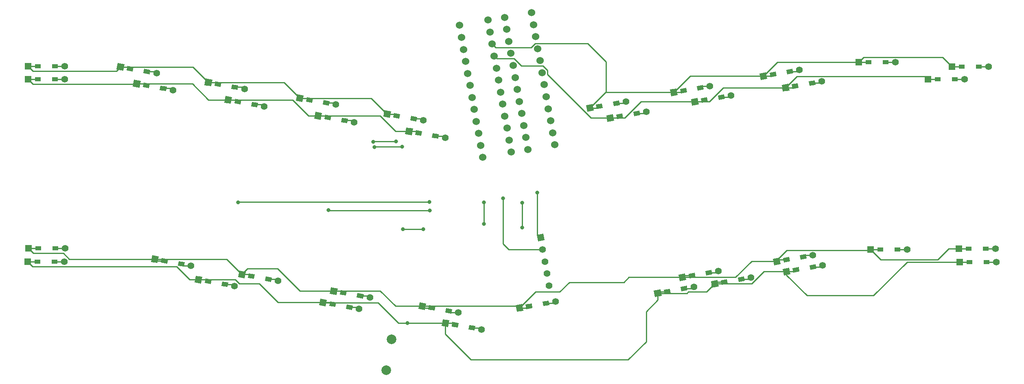
<source format=gbr>
%TF.GenerationSoftware,KiCad,Pcbnew,(5.1.6-0-10_14)*%
%TF.CreationDate,2023-03-04T09:30:32+09:00*%
%TF.ProjectId,C-13XPCB,432d3133-5850-4434-922e-6b696361645f,rev?*%
%TF.SameCoordinates,Original*%
%TF.FileFunction,Copper,L1,Top*%
%TF.FilePolarity,Positive*%
%FSLAX46Y46*%
G04 Gerber Fmt 4.6, Leading zero omitted, Abs format (unit mm)*
G04 Created by KiCad (PCBNEW (5.1.6-0-10_14)) date 2023-03-04 09:30:32*
%MOMM*%
%LPD*%
G01*
G04 APERTURE LIST*
%TA.AperFunction,SMDPad,CuDef*%
%ADD10C,0.100000*%
%TD*%
%TA.AperFunction,ComponentPad*%
%ADD11C,0.100000*%
%TD*%
%TA.AperFunction,ComponentPad*%
%ADD12C,1.397000*%
%TD*%
%TA.AperFunction,SMDPad,CuDef*%
%ADD13R,1.300000X0.950000*%
%TD*%
%TA.AperFunction,ComponentPad*%
%ADD14R,1.397000X1.397000*%
%TD*%
%TA.AperFunction,ComponentPad*%
%ADD15C,2.000000*%
%TD*%
%TA.AperFunction,ComponentPad*%
%ADD16C,1.524000*%
%TD*%
%TA.AperFunction,ViaPad*%
%ADD17C,0.800000*%
%TD*%
%TA.AperFunction,Conductor*%
%ADD18C,0.250000*%
%TD*%
G04 APERTURE END LIST*
%TA.AperFunction,SMDPad,CuDef*%
D10*
%TO.P,D20,1*%
%TO.N,row3*%
G36*
X131139358Y-16916686D02*
G01*
X131304324Y-15981119D01*
X132584574Y-16206862D01*
X132419608Y-17142429D01*
X131139358Y-16916686D01*
G37*
%TD.AperFunction*%
%TA.AperFunction,ComponentPad*%
D11*
G36*
X129048701Y-16774995D02*
G01*
X129291287Y-15399219D01*
X130667063Y-15641805D01*
X130424477Y-17017581D01*
X129048701Y-16774995D01*
G37*
%TD.AperFunction*%
D12*
%TO.P,D20,2*%
%TO.N,Net-(D20-Pad2)*%
X137362118Y-17531600D03*
%TA.AperFunction,SMDPad,CuDef*%
D10*
G36*
X134635426Y-17533138D02*
G01*
X134800392Y-16597571D01*
X136080642Y-16823314D01*
X135915676Y-17758881D01*
X134635426Y-17533138D01*
G37*
%TD.AperFunction*%
%TD*%
D13*
%TO.P,D1,1*%
%TO.N,row0*%
X45075000Y37340000D03*
D14*
X43040000Y37340000D03*
D12*
%TO.P,D1,2*%
%TO.N,Net-(D1-Pad2)*%
X50660000Y37340000D03*
D13*
X48625000Y37340000D03*
%TD*%
%TO.P,D2,2*%
%TO.N,Net-(D2-Pad2)*%
X48615000Y34600000D03*
D12*
X50650000Y34600000D03*
D14*
%TO.P,D2,1*%
%TO.N,row1*%
X43030000Y34600000D03*
D13*
X45065000Y34600000D03*
%TD*%
%TO.P,D3,2*%
%TO.N,Net-(D3-Pad2)*%
X48685000Y-640000D03*
D12*
X50720000Y-640000D03*
D14*
%TO.P,D3,1*%
%TO.N,row2*%
X43100000Y-640000D03*
D13*
X45135000Y-640000D03*
%TD*%
%TO.P,D4,2*%
%TO.N,Net-(D4-Pad2)*%
X48555000Y-3390000D03*
D12*
X50590000Y-3390000D03*
D14*
%TO.P,D4,1*%
%TO.N,row3*%
X42970000Y-3390000D03*
D13*
X45005000Y-3390000D03*
%TD*%
%TA.AperFunction,SMDPad,CuDef*%
D10*
%TO.P,D5,2*%
%TO.N,Net-(D5-Pad2)*%
G36*
X67035426Y35836862D02*
G01*
X67200392Y36772429D01*
X68480642Y36546686D01*
X68315676Y35611119D01*
X67035426Y35836862D01*
G37*
%TD.AperFunction*%
D12*
X69762118Y35838400D03*
%TA.AperFunction,ComponentPad*%
D11*
%TO.P,D5,1*%
%TO.N,row0*%
G36*
X61448701Y36595005D02*
G01*
X61691287Y37970781D01*
X63067063Y37728195D01*
X62824477Y36352419D01*
X61448701Y36595005D01*
G37*
%TD.AperFunction*%
%TA.AperFunction,SMDPad,CuDef*%
D10*
G36*
X63539358Y36453314D02*
G01*
X63704324Y37388881D01*
X64984574Y37163138D01*
X64819608Y36227571D01*
X63539358Y36453314D01*
G37*
%TD.AperFunction*%
%TD*%
%TA.AperFunction,SMDPad,CuDef*%
%TO.P,D6,2*%
%TO.N,Net-(D6-Pad2)*%
G36*
X70425426Y32346862D02*
G01*
X70590392Y33282429D01*
X71870642Y33056686D01*
X71705676Y32121119D01*
X70425426Y32346862D01*
G37*
%TD.AperFunction*%
D12*
X73152118Y32348400D03*
%TA.AperFunction,ComponentPad*%
D11*
%TO.P,D6,1*%
%TO.N,row1*%
G36*
X64838701Y33105005D02*
G01*
X65081287Y34480781D01*
X66457063Y34238195D01*
X66214477Y32862419D01*
X64838701Y33105005D01*
G37*
%TD.AperFunction*%
%TA.AperFunction,SMDPad,CuDef*%
D10*
G36*
X66929358Y32963314D02*
G01*
X67094324Y33898881D01*
X68374574Y33673138D01*
X68209608Y32737571D01*
X66929358Y32963314D01*
G37*
%TD.AperFunction*%
%TD*%
%TA.AperFunction,SMDPad,CuDef*%
%TO.P,D7,2*%
%TO.N,Net-(D7-Pad2)*%
G36*
X74175426Y-4223138D02*
G01*
X74340392Y-3287571D01*
X75620642Y-3513314D01*
X75455676Y-4448881D01*
X74175426Y-4223138D01*
G37*
%TD.AperFunction*%
D12*
X76902118Y-4221600D03*
%TA.AperFunction,ComponentPad*%
D11*
%TO.P,D7,1*%
%TO.N,row2*%
G36*
X68588701Y-3464995D02*
G01*
X68831287Y-2089219D01*
X70207063Y-2331805D01*
X69964477Y-3707581D01*
X68588701Y-3464995D01*
G37*
%TD.AperFunction*%
%TA.AperFunction,SMDPad,CuDef*%
D10*
G36*
X70679358Y-3606686D02*
G01*
X70844324Y-2671119D01*
X72124574Y-2896862D01*
X71959608Y-3832429D01*
X70679358Y-3606686D01*
G37*
%TD.AperFunction*%
%TD*%
%TA.AperFunction,SMDPad,CuDef*%
%TO.P,D8,2*%
%TO.N,Net-(D8-Pad2)*%
G36*
X83255426Y-8473138D02*
G01*
X83420392Y-7537571D01*
X84700642Y-7763314D01*
X84535676Y-8698881D01*
X83255426Y-8473138D01*
G37*
%TD.AperFunction*%
D12*
X85982118Y-8471600D03*
%TA.AperFunction,ComponentPad*%
D11*
%TO.P,D8,1*%
%TO.N,row3*%
G36*
X77668701Y-7714995D02*
G01*
X77911287Y-6339219D01*
X79287063Y-6581805D01*
X79044477Y-7957581D01*
X77668701Y-7714995D01*
G37*
%TD.AperFunction*%
%TA.AperFunction,SMDPad,CuDef*%
D10*
G36*
X79759358Y-7856686D02*
G01*
X79924324Y-6921119D01*
X81204574Y-7146862D01*
X81039608Y-8082429D01*
X79759358Y-7856686D01*
G37*
%TD.AperFunction*%
%TD*%
%TA.AperFunction,SMDPad,CuDef*%
%TO.P,D9,2*%
%TO.N,Net-(D9-Pad2)*%
G36*
X85325426Y32606862D02*
G01*
X85490392Y33542429D01*
X86770642Y33316686D01*
X86605676Y32381119D01*
X85325426Y32606862D01*
G37*
%TD.AperFunction*%
D12*
X88052118Y32608400D03*
%TA.AperFunction,ComponentPad*%
D11*
%TO.P,D9,1*%
%TO.N,row0*%
G36*
X79738701Y33365005D02*
G01*
X79981287Y34740781D01*
X81357063Y34498195D01*
X81114477Y33122419D01*
X79738701Y33365005D01*
G37*
%TD.AperFunction*%
%TA.AperFunction,SMDPad,CuDef*%
D10*
G36*
X81829358Y33223314D02*
G01*
X81994324Y34158881D01*
X83274574Y33933138D01*
X83109608Y32997571D01*
X81829358Y33223314D01*
G37*
%TD.AperFunction*%
%TD*%
%TA.AperFunction,SMDPad,CuDef*%
%TO.P,D10,2*%
%TO.N,Net-(D10-Pad2)*%
G36*
X89425426Y28966862D02*
G01*
X89590392Y29902429D01*
X90870642Y29676686D01*
X90705676Y28741119D01*
X89425426Y28966862D01*
G37*
%TD.AperFunction*%
D12*
X92152118Y28968400D03*
%TA.AperFunction,ComponentPad*%
D11*
%TO.P,D10,1*%
%TO.N,row1*%
G36*
X83838701Y29725005D02*
G01*
X84081287Y31100781D01*
X85457063Y30858195D01*
X85214477Y29482419D01*
X83838701Y29725005D01*
G37*
%TD.AperFunction*%
%TA.AperFunction,SMDPad,CuDef*%
D10*
G36*
X85929358Y29583314D02*
G01*
X86094324Y30518881D01*
X87374574Y30293138D01*
X87209608Y29357571D01*
X85929358Y29583314D01*
G37*
%TD.AperFunction*%
%TD*%
%TA.AperFunction,SMDPad,CuDef*%
%TO.P,D11,2*%
%TO.N,Net-(D11-Pad2)*%
G36*
X92285426Y-7393138D02*
G01*
X92450392Y-6457571D01*
X93730642Y-6683314D01*
X93565676Y-7618881D01*
X92285426Y-7393138D01*
G37*
%TD.AperFunction*%
D12*
X95012118Y-7391600D03*
%TA.AperFunction,ComponentPad*%
D11*
%TO.P,D11,1*%
%TO.N,row2*%
G36*
X86698701Y-6634995D02*
G01*
X86941287Y-5259219D01*
X88317063Y-5501805D01*
X88074477Y-6877581D01*
X86698701Y-6634995D01*
G37*
%TD.AperFunction*%
%TA.AperFunction,SMDPad,CuDef*%
D10*
G36*
X88789358Y-6776686D02*
G01*
X88954324Y-5841119D01*
X90234574Y-6066862D01*
X90069608Y-7002429D01*
X88789358Y-6776686D01*
G37*
%TD.AperFunction*%
%TD*%
%TA.AperFunction,SMDPad,CuDef*%
%TO.P,D13,2*%
%TO.N,Net-(D13-Pad2)*%
G36*
X104345426Y29316862D02*
G01*
X104510392Y30252429D01*
X105790642Y30026686D01*
X105625676Y29091119D01*
X104345426Y29316862D01*
G37*
%TD.AperFunction*%
D12*
X107072118Y29318400D03*
%TA.AperFunction,ComponentPad*%
D11*
%TO.P,D13,1*%
%TO.N,row0*%
G36*
X98758701Y30075005D02*
G01*
X99001287Y31450781D01*
X100377063Y31208195D01*
X100134477Y29832419D01*
X98758701Y30075005D01*
G37*
%TD.AperFunction*%
%TA.AperFunction,SMDPad,CuDef*%
D10*
G36*
X100849358Y29933314D02*
G01*
X101014324Y30868881D01*
X102294574Y30643138D01*
X102129608Y29707571D01*
X100849358Y29933314D01*
G37*
%TD.AperFunction*%
%TD*%
%TA.AperFunction,SMDPad,CuDef*%
%TO.P,D14,2*%
%TO.N,Net-(D14-Pad2)*%
G36*
X108145426Y25656862D02*
G01*
X108310392Y26592429D01*
X109590642Y26366686D01*
X109425676Y25431119D01*
X108145426Y25656862D01*
G37*
%TD.AperFunction*%
D12*
X110872118Y25658400D03*
%TA.AperFunction,ComponentPad*%
D11*
%TO.P,D14,1*%
%TO.N,row1*%
G36*
X102558701Y26415005D02*
G01*
X102801287Y27790781D01*
X104177063Y27548195D01*
X103934477Y26172419D01*
X102558701Y26415005D01*
G37*
%TD.AperFunction*%
%TA.AperFunction,SMDPad,CuDef*%
D10*
G36*
X104649358Y26273314D02*
G01*
X104814324Y27208881D01*
X106094574Y26983138D01*
X105929608Y26047571D01*
X104649358Y26273314D01*
G37*
%TD.AperFunction*%
%TD*%
%TA.AperFunction,SMDPad,CuDef*%
%TO.P,D15,2*%
%TO.N,Net-(D15-Pad2)*%
G36*
X111405426Y-10853138D02*
G01*
X111570392Y-9917571D01*
X112850642Y-10143314D01*
X112685676Y-11078881D01*
X111405426Y-10853138D01*
G37*
%TD.AperFunction*%
D12*
X114132118Y-10851600D03*
%TA.AperFunction,ComponentPad*%
D11*
%TO.P,D15,1*%
%TO.N,row2*%
G36*
X105818701Y-10094995D02*
G01*
X106061287Y-8719219D01*
X107437063Y-8961805D01*
X107194477Y-10337581D01*
X105818701Y-10094995D01*
G37*
%TD.AperFunction*%
%TA.AperFunction,SMDPad,CuDef*%
D10*
G36*
X107909358Y-10236686D02*
G01*
X108074324Y-9301119D01*
X109354574Y-9526862D01*
X109189608Y-10462429D01*
X107909358Y-10236686D01*
G37*
%TD.AperFunction*%
%TD*%
%TA.AperFunction,SMDPad,CuDef*%
%TO.P,D16,2*%
%TO.N,Net-(D16-Pad2)*%
G36*
X109155426Y-13243138D02*
G01*
X109320392Y-12307571D01*
X110600642Y-12533314D01*
X110435676Y-13468881D01*
X109155426Y-13243138D01*
G37*
%TD.AperFunction*%
D12*
X111882118Y-13241600D03*
%TA.AperFunction,ComponentPad*%
D11*
%TO.P,D16,1*%
%TO.N,row3*%
G36*
X103568701Y-12484995D02*
G01*
X103811287Y-11109219D01*
X105187063Y-11351805D01*
X104944477Y-12727581D01*
X103568701Y-12484995D01*
G37*
%TD.AperFunction*%
%TA.AperFunction,SMDPad,CuDef*%
D10*
G36*
X105659358Y-12626686D02*
G01*
X105824324Y-11691119D01*
X107104574Y-11916862D01*
X106939608Y-12852429D01*
X105659358Y-12626686D01*
G37*
%TD.AperFunction*%
%TD*%
%TA.AperFunction,SMDPad,CuDef*%
%TO.P,D17,2*%
%TO.N,Net-(D17-Pad2)*%
G36*
X122505426Y26026862D02*
G01*
X122670392Y26962429D01*
X123950642Y26736686D01*
X123785676Y25801119D01*
X122505426Y26026862D01*
G37*
%TD.AperFunction*%
D12*
X125232118Y26028400D03*
%TA.AperFunction,ComponentPad*%
D11*
%TO.P,D17,1*%
%TO.N,row0*%
G36*
X116918701Y26785005D02*
G01*
X117161287Y28160781D01*
X118537063Y27918195D01*
X118294477Y26542419D01*
X116918701Y26785005D01*
G37*
%TD.AperFunction*%
%TA.AperFunction,SMDPad,CuDef*%
D10*
G36*
X119009358Y26643314D02*
G01*
X119174324Y27578881D01*
X120454574Y27353138D01*
X120289608Y26417571D01*
X119009358Y26643314D01*
G37*
%TD.AperFunction*%
%TD*%
%TA.AperFunction,SMDPad,CuDef*%
%TO.P,D18,2*%
%TO.N,Net-(D18-Pad2)*%
G36*
X127065426Y22426862D02*
G01*
X127230392Y23362429D01*
X128510642Y23136686D01*
X128345676Y22201119D01*
X127065426Y22426862D01*
G37*
%TD.AperFunction*%
D12*
X129792118Y22428400D03*
%TA.AperFunction,ComponentPad*%
D11*
%TO.P,D18,1*%
%TO.N,row1*%
G36*
X121478701Y23185005D02*
G01*
X121721287Y24560781D01*
X123097063Y24318195D01*
X122854477Y22942419D01*
X121478701Y23185005D01*
G37*
%TD.AperFunction*%
%TA.AperFunction,SMDPad,CuDef*%
D10*
G36*
X123569358Y23043314D02*
G01*
X123734324Y23978881D01*
X125014574Y23753138D01*
X124849608Y22817571D01*
X123569358Y23043314D01*
G37*
%TD.AperFunction*%
%TD*%
%TA.AperFunction,SMDPad,CuDef*%
%TO.P,D19,2*%
%TO.N,Net-(D19-Pad2)*%
G36*
X129805426Y-14003138D02*
G01*
X129970392Y-13067571D01*
X131250642Y-13293314D01*
X131085676Y-14228881D01*
X129805426Y-14003138D01*
G37*
%TD.AperFunction*%
D12*
X132532118Y-14001600D03*
%TA.AperFunction,ComponentPad*%
D11*
%TO.P,D19,1*%
%TO.N,row2*%
G36*
X124218701Y-13244995D02*
G01*
X124461287Y-11869219D01*
X125837063Y-12111805D01*
X125594477Y-13487581D01*
X124218701Y-13244995D01*
G37*
%TD.AperFunction*%
%TA.AperFunction,SMDPad,CuDef*%
D10*
G36*
X126309358Y-13386686D02*
G01*
X126474324Y-12451119D01*
X127754574Y-12676862D01*
X127589608Y-13612429D01*
X126309358Y-13386686D01*
G37*
%TD.AperFunction*%
%TD*%
%TA.AperFunction,SMDPad,CuDef*%
%TO.P,D21,2*%
%TO.N,Net-(D21-Pad2)*%
G36*
X164840392Y28997571D02*
G01*
X164675426Y29933138D01*
X165955676Y30158881D01*
X166120642Y29223314D01*
X164840392Y28997571D01*
G37*
%TD.AperFunction*%
D12*
X167402118Y29931600D03*
%TA.AperFunction,ComponentPad*%
D11*
%TO.P,D21,1*%
%TO.N,row0*%
G36*
X159331287Y27799219D02*
G01*
X159088701Y29174995D01*
X160464477Y29417581D01*
X160707063Y28041805D01*
X159331287Y27799219D01*
G37*
%TD.AperFunction*%
%TA.AperFunction,SMDPad,CuDef*%
D10*
G36*
X161344324Y28381119D02*
G01*
X161179358Y29316686D01*
X162459608Y29542429D01*
X162624574Y28606862D01*
X161344324Y28381119D01*
G37*
%TD.AperFunction*%
%TD*%
%TA.AperFunction,SMDPad,CuDef*%
%TO.P,D22,1*%
%TO.N,row1*%
G36*
X165574324Y26291119D02*
G01*
X165409358Y27226686D01*
X166689608Y27452429D01*
X166854574Y26516862D01*
X165574324Y26291119D01*
G37*
%TD.AperFunction*%
%TA.AperFunction,ComponentPad*%
D11*
G36*
X163561287Y25709219D02*
G01*
X163318701Y27084995D01*
X164694477Y27327581D01*
X164937063Y25951805D01*
X163561287Y25709219D01*
G37*
%TD.AperFunction*%
D12*
%TO.P,D22,2*%
%TO.N,Net-(D22-Pad2)*%
X171632118Y27841600D03*
%TA.AperFunction,SMDPad,CuDef*%
D10*
G36*
X169070392Y26907571D02*
G01*
X168905426Y27843138D01*
X170185676Y28068881D01*
X170350642Y27133314D01*
X169070392Y26907571D01*
G37*
%TD.AperFunction*%
%TD*%
%TA.AperFunction,SMDPad,CuDef*%
%TO.P,D23,1*%
%TO.N,row2*%
G36*
X146704324Y-13278881D02*
G01*
X146539358Y-12343314D01*
X147819608Y-12117571D01*
X147984574Y-13053138D01*
X146704324Y-13278881D01*
G37*
%TD.AperFunction*%
%TA.AperFunction,ComponentPad*%
D11*
G36*
X144691287Y-13860781D02*
G01*
X144448701Y-12485005D01*
X145824477Y-12242419D01*
X146067063Y-13618195D01*
X144691287Y-13860781D01*
G37*
%TD.AperFunction*%
D12*
%TO.P,D23,2*%
%TO.N,Net-(D23-Pad2)*%
X152762118Y-11728400D03*
%TA.AperFunction,SMDPad,CuDef*%
D10*
G36*
X150200392Y-12662429D02*
G01*
X150035426Y-11726862D01*
X151315676Y-11501119D01*
X151480642Y-12436686D01*
X150200392Y-12662429D01*
G37*
%TD.AperFunction*%
%TD*%
%TA.AperFunction,SMDPad,CuDef*%
%TO.P,D24,1*%
%TO.N,row3*%
G36*
X175464324Y-10218881D02*
G01*
X175299358Y-9283314D01*
X176579608Y-9057571D01*
X176744574Y-9993138D01*
X175464324Y-10218881D01*
G37*
%TD.AperFunction*%
%TA.AperFunction,ComponentPad*%
D11*
G36*
X173451287Y-10800781D02*
G01*
X173208701Y-9425005D01*
X174584477Y-9182419D01*
X174827063Y-10558195D01*
X173451287Y-10800781D01*
G37*
%TD.AperFunction*%
D12*
%TO.P,D24,2*%
%TO.N,Net-(D24-Pad2)*%
X181522118Y-8668400D03*
%TA.AperFunction,SMDPad,CuDef*%
D10*
G36*
X178960392Y-9602429D02*
G01*
X178795426Y-8666862D01*
X180075676Y-8441119D01*
X180240642Y-9376686D01*
X178960392Y-9602429D01*
G37*
%TD.AperFunction*%
%TD*%
%TA.AperFunction,SMDPad,CuDef*%
%TO.P,D25,1*%
%TO.N,row0*%
G36*
X178834324Y31651119D02*
G01*
X178669358Y32586686D01*
X179949608Y32812429D01*
X180114574Y31876862D01*
X178834324Y31651119D01*
G37*
%TD.AperFunction*%
%TA.AperFunction,ComponentPad*%
D11*
G36*
X176821287Y31069219D02*
G01*
X176578701Y32444995D01*
X177954477Y32687581D01*
X178197063Y31311805D01*
X176821287Y31069219D01*
G37*
%TD.AperFunction*%
D12*
%TO.P,D25,2*%
%TO.N,Net-(D25-Pad2)*%
X184892118Y33201600D03*
%TA.AperFunction,SMDPad,CuDef*%
D10*
G36*
X182330392Y32267571D02*
G01*
X182165426Y33203138D01*
X183445676Y33428881D01*
X183610642Y32493314D01*
X182330392Y32267571D01*
G37*
%TD.AperFunction*%
%TD*%
%TA.AperFunction,SMDPad,CuDef*%
%TO.P,D26,1*%
%TO.N,row1*%
G36*
X183184324Y29681119D02*
G01*
X183019358Y30616686D01*
X184299608Y30842429D01*
X184464574Y29906862D01*
X183184324Y29681119D01*
G37*
%TD.AperFunction*%
%TA.AperFunction,ComponentPad*%
D11*
G36*
X181171287Y29099219D02*
G01*
X180928701Y30474995D01*
X182304477Y30717581D01*
X182547063Y29341805D01*
X181171287Y29099219D01*
G37*
%TD.AperFunction*%
D12*
%TO.P,D26,2*%
%TO.N,Net-(D26-Pad2)*%
X189242118Y31231600D03*
%TA.AperFunction,SMDPad,CuDef*%
D10*
G36*
X186680392Y30297571D02*
G01*
X186515426Y31233138D01*
X187795676Y31458881D01*
X187960642Y30523314D01*
X186680392Y30297571D01*
G37*
%TD.AperFunction*%
%TD*%
%TA.AperFunction,SMDPad,CuDef*%
%TO.P,D27,1*%
%TO.N,row2*%
G36*
X180604324Y-6898881D02*
G01*
X180439358Y-5963314D01*
X181719608Y-5737571D01*
X181884574Y-6673138D01*
X180604324Y-6898881D01*
G37*
%TD.AperFunction*%
%TA.AperFunction,ComponentPad*%
D11*
G36*
X178591287Y-7480781D02*
G01*
X178348701Y-6105005D01*
X179724477Y-5862419D01*
X179967063Y-7238195D01*
X178591287Y-7480781D01*
G37*
%TD.AperFunction*%
D12*
%TO.P,D27,2*%
%TO.N,Net-(D27-Pad2)*%
X186662118Y-5348400D03*
%TA.AperFunction,SMDPad,CuDef*%
D10*
G36*
X184100392Y-6282429D02*
G01*
X183935426Y-5346862D01*
X185215676Y-5121119D01*
X185380642Y-6056686D01*
X184100392Y-6282429D01*
G37*
%TD.AperFunction*%
%TD*%
%TA.AperFunction,SMDPad,CuDef*%
%TO.P,D28,1*%
%TO.N,row3*%
G36*
X187334324Y-8238881D02*
G01*
X187169358Y-7303314D01*
X188449608Y-7077571D01*
X188614574Y-8013138D01*
X187334324Y-8238881D01*
G37*
%TD.AperFunction*%
%TA.AperFunction,ComponentPad*%
D11*
G36*
X185321287Y-8820781D02*
G01*
X185078701Y-7445005D01*
X186454477Y-7202419D01*
X186697063Y-8578195D01*
X185321287Y-8820781D01*
G37*
%TD.AperFunction*%
D12*
%TO.P,D28,2*%
%TO.N,Net-(D28-Pad2)*%
X193392118Y-6688400D03*
%TA.AperFunction,SMDPad,CuDef*%
D10*
G36*
X190830392Y-7622429D02*
G01*
X190665426Y-6686862D01*
X191945676Y-6461119D01*
X192110642Y-7396686D01*
X190830392Y-7622429D01*
G37*
%TD.AperFunction*%
%TD*%
%TA.AperFunction,SMDPad,CuDef*%
%TO.P,D29,1*%
%TO.N,row0*%
G36*
X197454324Y35021119D02*
G01*
X197289358Y35956686D01*
X198569608Y36182429D01*
X198734574Y35246862D01*
X197454324Y35021119D01*
G37*
%TD.AperFunction*%
%TA.AperFunction,ComponentPad*%
D11*
G36*
X195441287Y34439219D02*
G01*
X195198701Y35814995D01*
X196574477Y36057581D01*
X196817063Y34681805D01*
X195441287Y34439219D01*
G37*
%TD.AperFunction*%
D12*
%TO.P,D29,2*%
%TO.N,Net-(D29-Pad2)*%
X203512118Y36571600D03*
%TA.AperFunction,SMDPad,CuDef*%
D10*
G36*
X200950392Y35637571D02*
G01*
X200785426Y36573138D01*
X202065676Y36798881D01*
X202230642Y35863314D01*
X200950392Y35637571D01*
G37*
%TD.AperFunction*%
%TD*%
%TA.AperFunction,SMDPad,CuDef*%
%TO.P,D30,1*%
%TO.N,row1*%
G36*
X202064324Y32611119D02*
G01*
X201899358Y33546686D01*
X203179608Y33772429D01*
X203344574Y32836862D01*
X202064324Y32611119D01*
G37*
%TD.AperFunction*%
%TA.AperFunction,ComponentPad*%
D11*
G36*
X200051287Y32029219D02*
G01*
X199808701Y33404995D01*
X201184477Y33647581D01*
X201427063Y32271805D01*
X200051287Y32029219D01*
G37*
%TD.AperFunction*%
D12*
%TO.P,D30,2*%
%TO.N,Net-(D30-Pad2)*%
X208122118Y34161600D03*
%TA.AperFunction,SMDPad,CuDef*%
D10*
G36*
X205560392Y33227571D02*
G01*
X205395426Y34163138D01*
X206675676Y34388881D01*
X206840642Y33453314D01*
X205560392Y33227571D01*
G37*
%TD.AperFunction*%
%TD*%
%TA.AperFunction,SMDPad,CuDef*%
%TO.P,D31,1*%
%TO.N,row2*%
G36*
X200244324Y-3578881D02*
G01*
X200079358Y-2643314D01*
X201359608Y-2417571D01*
X201524574Y-3353138D01*
X200244324Y-3578881D01*
G37*
%TD.AperFunction*%
%TA.AperFunction,ComponentPad*%
D11*
G36*
X198231287Y-4160781D02*
G01*
X197988701Y-2785005D01*
X199364477Y-2542419D01*
X199607063Y-3918195D01*
X198231287Y-4160781D01*
G37*
%TD.AperFunction*%
D12*
%TO.P,D31,2*%
%TO.N,Net-(D31-Pad2)*%
X206302118Y-2028400D03*
%TA.AperFunction,SMDPad,CuDef*%
D10*
G36*
X203740392Y-2962429D02*
G01*
X203575426Y-2026862D01*
X204855676Y-1801119D01*
X205020642Y-2736686D01*
X203740392Y-2962429D01*
G37*
%TD.AperFunction*%
%TD*%
%TA.AperFunction,SMDPad,CuDef*%
%TO.P,D32,1*%
%TO.N,row3*%
G36*
X202244324Y-5698881D02*
G01*
X202079358Y-4763314D01*
X203359608Y-4537571D01*
X203524574Y-5473138D01*
X202244324Y-5698881D01*
G37*
%TD.AperFunction*%
%TA.AperFunction,ComponentPad*%
D11*
G36*
X200231287Y-6280781D02*
G01*
X199988701Y-4905005D01*
X201364477Y-4662419D01*
X201607063Y-6038195D01*
X200231287Y-6280781D01*
G37*
%TD.AperFunction*%
D12*
%TO.P,D32,2*%
%TO.N,Net-(D32-Pad2)*%
X208302118Y-4148400D03*
%TA.AperFunction,SMDPad,CuDef*%
D10*
G36*
X205740392Y-5082429D02*
G01*
X205575426Y-4146862D01*
X206855676Y-3921119D01*
X207020642Y-4856686D01*
X205740392Y-5082429D01*
G37*
%TD.AperFunction*%
%TD*%
D13*
%TO.P,D33,1*%
%TO.N,row0*%
X217845000Y38140000D03*
D14*
X215810000Y38140000D03*
D12*
%TO.P,D33,2*%
%TO.N,Net-(D33-Pad2)*%
X223430000Y38140000D03*
D13*
X221395000Y38140000D03*
%TD*%
%TO.P,D34,1*%
%TO.N,row1*%
X232235000Y34630000D03*
D14*
X230200000Y34630000D03*
D12*
%TO.P,D34,2*%
%TO.N,Net-(D34-Pad2)*%
X237820000Y34630000D03*
D13*
X235785000Y34630000D03*
%TD*%
%TO.P,D35,1*%
%TO.N,row2*%
X220355000Y-880000D03*
D14*
X218320000Y-880000D03*
D12*
%TO.P,D35,2*%
%TO.N,Net-(D35-Pad2)*%
X225940000Y-880000D03*
D13*
X223905000Y-880000D03*
%TD*%
%TO.P,D37,1*%
%TO.N,row0*%
X237245000Y37240000D03*
D14*
X235210000Y37240000D03*
D12*
%TO.P,D37,2*%
%TO.N,Net-(D37-Pad2)*%
X242830000Y37240000D03*
D13*
X240795000Y37240000D03*
%TD*%
%TO.P,D39,1*%
%TO.N,row2*%
X238745000Y-710000D03*
D14*
X236710000Y-710000D03*
D12*
%TO.P,D39,2*%
%TO.N,Net-(D39-Pad2)*%
X244330000Y-710000D03*
D13*
X242295000Y-710000D03*
%TD*%
%TO.P,D40,1*%
%TO.N,row3*%
X238855000Y-3470000D03*
D14*
X236820000Y-3470000D03*
D12*
%TO.P,D40,2*%
%TO.N,Net-(D40-Pad2)*%
X244440000Y-3470000D03*
D13*
X242405000Y-3470000D03*
%TD*%
D15*
%TO.P,SW41,1*%
%TO.N,reset*%
X118634357Y-19589375D03*
%TO.P,SW41,2*%
%TO.N,GND*%
X117505643Y-25990625D03*
%TD*%
%TA.AperFunction,ComponentPad*%
D11*
%TO.P,TB1,1*%
%TO.N,VCC*%
G36*
X148848686Y2179418D02*
G01*
X150224462Y2422004D01*
X150467048Y1046228D01*
X149091272Y803642D01*
X148848686Y2179418D01*
G37*
%TD.AperFunction*%
D12*
%TO.P,TB1,2*%
%TO.N,SDA*%
X150098934Y-888588D03*
%TO.P,TB1,3*%
%TO.N,SCL*%
X150540000Y-3390000D03*
%TO.P,TB1,4*%
%TO.N,N/C*%
X150981066Y-5891412D03*
%TO.P,TB1,5*%
%TO.N,GND*%
X151422133Y-8392823D03*
%TD*%
D16*
%TO.P,U1,1*%
%TO.N,Net-(U1-Pad1)*%
X137608313Y18310248D03*
%TO.P,U1,2*%
%TO.N,Net-(U1-Pad2)*%
X137167246Y20811659D03*
%TO.P,U1,3*%
%TO.N,GND*%
X136726180Y23313071D03*
%TO.P,U1,4*%
X136285113Y25814483D03*
%TO.P,U1,5*%
%TO.N,SDA*%
X135844047Y28315894D03*
%TO.P,U1,6*%
%TO.N,SCL*%
X135402981Y30817306D03*
%TO.P,U1,7*%
%TO.N,row3*%
X134961914Y33318718D03*
%TO.P,U1,8*%
%TO.N,row2*%
X134520848Y35820129D03*
%TO.P,U1,9*%
%TO.N,row1*%
X134079782Y38321541D03*
%TO.P,U1,10*%
%TO.N,row0*%
X133638715Y40822953D03*
%TO.P,U1,11*%
%TO.N,col1*%
X133197649Y43324365D03*
%TO.P,U1,12*%
%TO.N,col0*%
X132756583Y45825776D03*
%TO.P,U1,13*%
%TO.N,col9*%
X147745357Y48468701D03*
%TO.P,U1,14*%
%TO.N,col8*%
X148186423Y45967290D03*
%TO.P,U1,15*%
%TO.N,col7*%
X148627489Y43465878D03*
%TO.P,U1,16*%
%TO.N,col6*%
X149068556Y40964466D03*
%TO.P,U1,17*%
%TO.N,col5*%
X149509622Y38463055D03*
%TO.P,U1,18*%
%TO.N,col4*%
X149950688Y35961643D03*
%TO.P,U1,19*%
%TO.N,col3*%
X150391755Y33460231D03*
%TO.P,U1,20*%
%TO.N,col2*%
X150832821Y30958820D03*
%TO.P,U1,21*%
%TO.N,VCC*%
X151273887Y28457408D03*
%TO.P,U1,22*%
%TO.N,reset*%
X151714954Y25955996D03*
%TO.P,U1,23*%
%TO.N,GND*%
X152156020Y23454585D03*
%TO.P,U1,24*%
%TO.N,Net-(U1-Pad24)*%
X152597087Y20953173D03*
%TO.P,U1,13*%
%TO.N,col9*%
X142171345Y47485853D03*
%TO.P,U1,14*%
%TO.N,col8*%
X142612411Y44984441D03*
%TO.P,U1,17*%
%TO.N,col5*%
X143935610Y37480206D03*
%TO.P,U1,18*%
%TO.N,col4*%
X144376676Y34978794D03*
%TO.P,U1,19*%
%TO.N,col3*%
X144817743Y32477383D03*
%TO.P,U1,20*%
%TO.N,col2*%
X145258809Y29975971D03*
%TO.P,U1,21*%
%TO.N,VCC*%
X145699876Y27474559D03*
%TO.P,U1,15*%
%TO.N,col7*%
X143053477Y42483029D03*
%TO.P,U1,16*%
%TO.N,col6*%
X143494544Y39981618D03*
%TO.P,U1,22*%
%TO.N,reset*%
X146140942Y24973148D03*
%TO.P,U1,23*%
%TO.N,GND*%
X146582008Y22471736D03*
%TO.P,U1,24*%
%TO.N,Net-(U1-Pad24)*%
X147023075Y19970324D03*
%TO.P,U1,1*%
%TO.N,Net-(U1-Pad1)*%
X143546133Y19418171D03*
%TO.P,U1,10*%
%TO.N,row0*%
X139576535Y41930876D03*
%TO.P,U1,11*%
%TO.N,col1*%
X139135469Y44432288D03*
%TO.P,U1,4*%
%TO.N,GND*%
X142222933Y26922406D03*
%TO.P,U1,5*%
%TO.N,SDA*%
X141781867Y29423818D03*
%TO.P,U1,6*%
%TO.N,SCL*%
X141340801Y31925230D03*
%TO.P,U1,7*%
%TO.N,row3*%
X140899734Y34426641D03*
%TO.P,U1,8*%
%TO.N,row2*%
X140458668Y36928053D03*
%TO.P,U1,9*%
%TO.N,row1*%
X140017602Y39429465D03*
%TO.P,U1,2*%
%TO.N,Net-(U1-Pad2)*%
X143105066Y21919583D03*
%TO.P,U1,3*%
%TO.N,GND*%
X142664000Y24420994D03*
%TO.P,U1,12*%
%TO.N,col0*%
X138694402Y46933700D03*
%TD*%
D17*
%TO.N,row2*%
X119540000Y21630000D03*
X114870000Y21570000D03*
%TO.N,row3*%
X120860000Y20540000D03*
X121968400Y-16208400D03*
X115120000Y20490000D03*
%TO.N,col2*%
X126530000Y9020000D03*
X86703703Y8953703D03*
%TO.N,col3*%
X126590000Y7220000D03*
X105523703Y7376297D03*
%TO.N,reset*%
X125260000Y3320000D03*
X121010000Y3320000D03*
%TO.N,GND*%
X145790000Y3670000D03*
X145840000Y8890000D03*
%TO.N,VCC*%
X148920000Y10980000D03*
%TO.N,SDA*%
X141810000Y9800000D03*
%TO.N,SCL*%
X137880000Y4440000D03*
X137870000Y8990000D03*
%TD*%
D18*
%TO.N,row0*%
X80547882Y33931600D02*
X82198592Y33931600D01*
X77317882Y37161600D02*
X80547882Y33931600D01*
X82198592Y33931600D02*
X82551966Y33578226D01*
X62257882Y37161600D02*
X77317882Y37161600D01*
X196007882Y35248400D02*
X197658592Y35248400D01*
X80547882Y33931600D02*
X96277882Y33931600D01*
X197658592Y35248400D02*
X198011966Y35601774D01*
X237245000Y37240000D02*
X235210000Y37240000D01*
X96277882Y33931600D02*
X99567882Y30641600D01*
X119378592Y27351600D02*
X119731966Y26998226D01*
X117727882Y27351600D02*
X119378592Y27351600D01*
X114437882Y30641600D02*
X117727882Y27351600D01*
X99567882Y30641600D02*
X114437882Y30641600D01*
X233286499Y39163501D02*
X216833501Y39163501D01*
X215810000Y38140000D02*
X217845000Y38140000D01*
X63908592Y37161600D02*
X64261966Y36808226D01*
X62257882Y37161600D02*
X63908592Y37161600D01*
X140338534Y41168877D02*
X147664205Y41168877D01*
X139576535Y41930876D02*
X140338534Y41168877D01*
X159453535Y42051467D02*
X163245001Y38260001D01*
X147664205Y41168877D02*
X148546795Y42051467D01*
X163245001Y38260001D02*
X163245001Y31955519D01*
X163245001Y31955519D02*
X163167882Y31878400D01*
X148546795Y42051467D02*
X159453535Y42051467D01*
X216833501Y39163501D02*
X215810000Y38140000D01*
X235210000Y37240000D02*
X233286499Y39163501D01*
X45075000Y37340000D02*
X43040000Y37340000D01*
X198899482Y38140000D02*
X196007882Y35248400D01*
X179038592Y31878400D02*
X179391966Y32231774D01*
X177387882Y31878400D02*
X179038592Y31878400D01*
X177387882Y31878400D02*
X163167882Y31878400D01*
X215810000Y38140000D02*
X198899482Y38140000D01*
X163167882Y31878400D02*
X159897882Y28608400D01*
X161548592Y28608400D02*
X161901966Y28961774D01*
X61412781Y36316499D02*
X62257882Y37161600D01*
X159897882Y28608400D02*
X161548592Y28608400D01*
X43040000Y37340000D02*
X44063501Y36316499D01*
X44063501Y36316499D02*
X61412781Y36316499D01*
X101218592Y30641600D02*
X101571966Y30288226D01*
X196007882Y35248400D02*
X180757882Y35248400D01*
X180757882Y35248400D02*
X177387882Y31878400D01*
X99567882Y30641600D02*
X101218592Y30641600D01*
%TO.N,Net-(D1-Pad2)*%
X50660000Y37340000D02*
X48625000Y37340000D01*
%TO.N,Net-(D2-Pad2)*%
X48615000Y34600000D02*
X50650000Y34600000D01*
%TO.N,row1*%
X98082470Y30291600D02*
X101392470Y26981600D01*
X101392470Y26981600D02*
X103367882Y26981600D01*
X200617882Y32838400D02*
X202268592Y32838400D01*
X84647882Y30291600D02*
X98082470Y30291600D01*
X184731053Y29908400D02*
X181737882Y29908400D01*
X200617882Y32838400D02*
X187661053Y32838400D01*
X187661053Y32838400D02*
X184731053Y29908400D01*
X202268592Y32838400D02*
X202621966Y33191774D01*
X232235000Y34630000D02*
X230200000Y34630000D01*
X119492470Y23751600D02*
X122287882Y23751600D01*
X103367882Y26981600D02*
X116262470Y26981600D01*
X80588400Y30291600D02*
X84647882Y30291600D01*
X86298592Y30291600D02*
X86651966Y29938226D01*
X116262470Y26981600D02*
X119492470Y23751600D01*
X84647882Y30291600D02*
X86298592Y30291600D01*
X105018592Y26981600D02*
X105371966Y26628226D01*
X77208400Y33671600D02*
X80588400Y30291600D01*
X103367882Y26981600D02*
X105018592Y26981600D01*
X181737882Y29908400D02*
X183388592Y29908400D01*
X144129961Y38894617D02*
X140552450Y38894617D01*
X164127882Y26518400D02*
X160152470Y26518400D01*
X140552450Y38894617D02*
X140017602Y39429465D01*
X183388592Y29908400D02*
X183741966Y30261774D01*
X151037689Y36483404D02*
X150145039Y37376054D01*
X151037689Y35633181D02*
X151037689Y36483404D01*
X150145039Y37376054D02*
X145648524Y37376054D01*
X145648524Y37376054D02*
X144129961Y38894617D01*
X160152470Y26518400D02*
X151037689Y35633181D01*
X65647882Y33671600D02*
X67298592Y33671600D01*
X65552781Y33576499D02*
X65647882Y33671600D01*
X43030000Y34600000D02*
X45065000Y34600000D01*
X44053501Y33576499D02*
X65552781Y33576499D01*
X43030000Y34600000D02*
X44053501Y33576499D01*
X67298592Y33671600D02*
X67651966Y33318226D01*
X181737882Y29908400D02*
X170511053Y29908400D01*
X65647882Y33671600D02*
X77208400Y33671600D01*
X123938592Y23751600D02*
X124291966Y23398226D01*
X170511053Y29908400D02*
X167121053Y26518400D01*
X167121053Y26518400D02*
X164127882Y26518400D01*
X122287882Y23751600D02*
X123938592Y23751600D01*
X164127882Y26518400D02*
X165778592Y26518400D01*
X165778592Y26518400D02*
X166131966Y26871774D01*
X202964583Y35185101D02*
X200617882Y32838400D01*
X229644899Y35185101D02*
X202964583Y35185101D01*
X230200000Y34630000D02*
X229644899Y35185101D01*
%TO.N,Net-(D3-Pad2)*%
X48685000Y-640000D02*
X50720000Y-640000D01*
%TO.N,row2*%
X144884682Y-12678400D02*
X125027882Y-12678400D01*
X145257882Y-13051600D02*
X144884682Y-12678400D01*
X166960000Y-7730000D02*
X168018400Y-6671600D01*
X125027882Y-12678400D02*
X119458400Y-12678400D01*
X168018400Y-6671600D02*
X179157882Y-6671600D01*
X218320000Y-880000D02*
X220355000Y-880000D01*
X106627882Y-9528400D02*
X99598400Y-9528400D01*
X69397882Y-2898400D02*
X84337882Y-2898400D01*
X84337882Y-2898400D02*
X87507882Y-6068400D01*
X198797882Y-3351600D02*
X198797882Y-3082118D01*
X236710000Y-710000D02*
X234590000Y-710000D01*
X234590000Y-710000D02*
X232280010Y-3019990D01*
X193541053Y-3351600D02*
X198797882Y-3351600D01*
X179157882Y-6671600D02*
X190221053Y-6671600D01*
X190221053Y-6671600D02*
X193541053Y-3351600D01*
X179511256Y-6318226D02*
X179157882Y-6671600D01*
X181161966Y-6318226D02*
X179511256Y-6318226D01*
X153650000Y-9690000D02*
X155610000Y-7730000D01*
X145257882Y-13051600D02*
X148619482Y-9690000D01*
X145257882Y-13051600D02*
X146908592Y-13051600D01*
X146908592Y-13051600D02*
X147261966Y-12698226D01*
X155610000Y-7730000D02*
X166960000Y-7730000D01*
X148619482Y-9690000D02*
X153650000Y-9690000D01*
X232280010Y-3019990D02*
X220459990Y-3019990D01*
X220459990Y-3019990D02*
X218320000Y-880000D01*
X238745000Y-710000D02*
X236710000Y-710000D01*
X108278592Y-9528400D02*
X108631966Y-9881774D01*
X87507882Y-6068400D02*
X89158592Y-6068400D01*
X89158592Y-6068400D02*
X89511966Y-6421774D01*
X127031966Y-13031774D02*
X125381256Y-13031774D01*
X125381256Y-13031774D02*
X125027882Y-12678400D01*
X106627882Y-9528400D02*
X108278592Y-9528400D01*
X94950000Y-4880000D02*
X88696282Y-4880000D01*
X69751256Y-3251774D02*
X69397882Y-2898400D01*
X200875101Y-1004899D02*
X218195101Y-1004899D01*
X218195101Y-1004899D02*
X218320000Y-880000D01*
X200801966Y-2998226D02*
X199151256Y-2998226D01*
X71401966Y-3251774D02*
X69751256Y-3251774D01*
X198797882Y-3082118D02*
X200875101Y-1004899D01*
X88696282Y-4880000D02*
X87507882Y-6068400D01*
X199151256Y-2998226D02*
X198797882Y-3351600D01*
X116308400Y-9528400D02*
X106627882Y-9528400D01*
X43100000Y-640000D02*
X45135000Y-640000D01*
X44123501Y-1663501D02*
X43100000Y-640000D01*
X119458400Y-12678400D02*
X116308400Y-9528400D01*
X51613182Y-2898400D02*
X50378283Y-1663501D01*
X50378283Y-1663501D02*
X44123501Y-1663501D01*
X69397882Y-2898400D02*
X51613182Y-2898400D01*
X99598400Y-9528400D02*
X94950000Y-4880000D01*
X119540000Y21630000D02*
X114930000Y21630000D01*
X114930000Y21630000D02*
X114870000Y21570000D01*
%TO.N,Net-(D4-Pad2)*%
X48555000Y-3390000D02*
X50590000Y-3390000D01*
%TO.N,row3*%
X225930000Y-3470000D02*
X218930000Y-10470000D01*
X176021966Y-9638226D02*
X174371256Y-9638226D01*
X121968400Y-16208400D02*
X120088400Y-16208400D01*
X174371256Y-9638226D02*
X174017882Y-9991600D01*
X129857882Y-16208400D02*
X121968400Y-16208400D01*
X131508592Y-16208400D02*
X131861966Y-16561774D01*
X236820000Y-3470000D02*
X238855000Y-3470000D01*
X185887882Y-8011600D02*
X193583700Y-8011600D01*
X196123700Y-5471600D02*
X200797882Y-5471600D01*
X106028592Y-11918400D02*
X106381966Y-12271774D01*
X193583700Y-8011600D02*
X196123700Y-5471600D01*
X104377882Y-11918400D02*
X106028592Y-11918400D01*
X42970000Y-3390000D02*
X43993501Y-4413501D01*
X129857882Y-16208400D02*
X131508592Y-16208400D01*
X73906154Y-4413501D02*
X76641053Y-7148400D01*
X43993501Y-4413501D02*
X73906154Y-4413501D01*
X76641053Y-7148400D02*
X78477882Y-7148400D01*
X115170000Y20540000D02*
X115120000Y20490000D01*
X120860000Y20540000D02*
X115170000Y20540000D01*
X200797882Y-6195715D02*
X200797882Y-5471600D01*
X236820000Y-3470000D02*
X225930000Y-3470000D01*
X205072167Y-10470000D02*
X200797882Y-6195715D01*
X218930000Y-10470000D02*
X205072167Y-10470000D01*
X200797882Y-5471600D02*
X202448592Y-5471600D01*
X202448592Y-5471600D02*
X202801966Y-5118226D01*
X104377882Y-11918400D02*
X95068400Y-11918400D01*
X186241256Y-7658226D02*
X185887882Y-8011600D01*
X91120000Y-7970000D02*
X86995300Y-7970000D01*
X180085363Y-9991600D02*
X174017882Y-9991600D01*
X184207581Y-9691901D02*
X180385062Y-9691901D01*
X185887882Y-8011600D02*
X184207581Y-9691901D01*
X86173700Y-7148400D02*
X78477882Y-7148400D01*
X180385062Y-9691901D02*
X180085363Y-9991600D01*
X95068400Y-11918400D02*
X91120000Y-7970000D01*
X86995300Y-7970000D02*
X86173700Y-7148400D01*
X187891966Y-7658226D02*
X186241256Y-7658226D01*
X129857882Y-16208400D02*
X129857882Y-18467882D01*
X174017882Y-11402118D02*
X174017882Y-9991600D01*
X167880000Y-23790000D02*
X171620000Y-20050000D01*
X171620000Y-20050000D02*
X171620000Y-13800000D01*
X129857882Y-18467882D02*
X135180000Y-23790000D01*
X115862561Y-11982561D02*
X104442043Y-11982561D01*
X120088400Y-16208400D02*
X115862561Y-11982561D01*
X42970000Y-3390000D02*
X45005000Y-3390000D01*
X171620000Y-13800000D02*
X174017882Y-11402118D01*
X135180000Y-23790000D02*
X167880000Y-23790000D01*
X80128592Y-7148400D02*
X80481966Y-7501774D01*
X78477882Y-7148400D02*
X80128592Y-7148400D01*
X104442043Y-11982561D02*
X104377882Y-11918400D01*
%TO.N,Net-(D5-Pad2)*%
X67758034Y36191774D02*
X69408744Y36191774D01*
X69408744Y36191774D02*
X69762118Y35838400D01*
%TO.N,Net-(D6-Pad2)*%
X72798744Y32701774D02*
X73152118Y32348400D01*
X71148034Y32701774D02*
X72798744Y32701774D01*
%TO.N,Net-(D7-Pad2)*%
X75251408Y-4221600D02*
X74898034Y-3868226D01*
X76902118Y-4221600D02*
X75251408Y-4221600D01*
%TO.N,Net-(D8-Pad2)*%
X83978034Y-8118226D02*
X85628744Y-8118226D01*
X85628744Y-8118226D02*
X85982118Y-8471600D01*
%TO.N,Net-(D9-Pad2)*%
X87698744Y32961774D02*
X88052118Y32608400D01*
X86048034Y32961774D02*
X87698744Y32961774D01*
%TO.N,Net-(D10-Pad2)*%
X90148034Y29321774D02*
X91798744Y29321774D01*
X91798744Y29321774D02*
X92152118Y28968400D01*
%TO.N,Net-(D11-Pad2)*%
X93008034Y-7038226D02*
X94658744Y-7038226D01*
X94658744Y-7038226D02*
X95012118Y-7391600D01*
%TO.N,Net-(D13-Pad2)*%
X106718744Y29671774D02*
X107072118Y29318400D01*
X105068034Y29671774D02*
X106718744Y29671774D01*
%TO.N,Net-(D14-Pad2)*%
X110518744Y26011774D02*
X110872118Y25658400D01*
X108868034Y26011774D02*
X110518744Y26011774D01*
%TO.N,Net-(D15-Pad2)*%
X113778744Y-10498226D02*
X114132118Y-10851600D01*
X112128034Y-10498226D02*
X113778744Y-10498226D01*
%TO.N,Net-(D16-Pad2)*%
X109878034Y-12888226D02*
X111528744Y-12888226D01*
X111528744Y-12888226D02*
X111882118Y-13241600D01*
%TO.N,Net-(D17-Pad2)*%
X124878744Y26381774D02*
X125232118Y26028400D01*
X123228034Y26381774D02*
X124878744Y26381774D01*
%TO.N,Net-(D18-Pad2)*%
X127788034Y22781774D02*
X129438744Y22781774D01*
X129438744Y22781774D02*
X129792118Y22428400D01*
%TO.N,Net-(D19-Pad2)*%
X132532118Y-14001600D02*
X130881408Y-14001600D01*
X130881408Y-14001600D02*
X130528034Y-13648226D01*
%TO.N,Net-(D20-Pad2)*%
X135358034Y-17178226D02*
X137008744Y-17178226D01*
X137008744Y-17178226D02*
X137362118Y-17531600D01*
%TO.N,Net-(D21-Pad2)*%
X167048744Y29578226D02*
X167402118Y29931600D01*
X165398034Y29578226D02*
X167048744Y29578226D01*
%TO.N,Net-(D22-Pad2)*%
X171278744Y27488226D02*
X171632118Y27841600D01*
X169628034Y27488226D02*
X171278744Y27488226D01*
%TO.N,Net-(D23-Pad2)*%
X152408744Y-12081774D02*
X152762118Y-11728400D01*
X150758034Y-12081774D02*
X152408744Y-12081774D01*
%TO.N,Net-(D24-Pad2)*%
X179518034Y-9021774D02*
X181168744Y-9021774D01*
X181168744Y-9021774D02*
X181522118Y-8668400D01*
%TO.N,Net-(D25-Pad2)*%
X184892118Y33201600D02*
X183241408Y33201600D01*
X183241408Y33201600D02*
X182888034Y32848226D01*
%TO.N,Net-(D26-Pad2)*%
X187238034Y30878226D02*
X188888744Y30878226D01*
X188888744Y30878226D02*
X189242118Y31231600D01*
%TO.N,Net-(D27-Pad2)*%
X184658034Y-5701774D02*
X186308744Y-5701774D01*
X186308744Y-5701774D02*
X186662118Y-5348400D01*
%TO.N,Net-(D28-Pad2)*%
X193038744Y-7041774D02*
X193392118Y-6688400D01*
X191388034Y-7041774D02*
X193038744Y-7041774D01*
%TO.N,Net-(D29-Pad2)*%
X201508034Y36218226D02*
X203158744Y36218226D01*
X203158744Y36218226D02*
X203512118Y36571600D01*
%TO.N,Net-(D30-Pad2)*%
X207768744Y33808226D02*
X208122118Y34161600D01*
X206118034Y33808226D02*
X207768744Y33808226D01*
%TO.N,Net-(D31-Pad2)*%
X206302118Y-2028400D02*
X204651408Y-2028400D01*
X204651408Y-2028400D02*
X204298034Y-2381774D01*
%TO.N,Net-(D32-Pad2)*%
X207948744Y-4501774D02*
X208302118Y-4148400D01*
X206298034Y-4501774D02*
X207948744Y-4501774D01*
%TO.N,Net-(D33-Pad2)*%
X221395000Y38140000D02*
X223430000Y38140000D01*
%TO.N,Net-(D34-Pad2)*%
X237820000Y34630000D02*
X235785000Y34630000D01*
%TO.N,Net-(D35-Pad2)*%
X223905000Y-880000D02*
X225940000Y-880000D01*
%TO.N,Net-(D37-Pad2)*%
X242830000Y37240000D02*
X240795000Y37240000D01*
%TO.N,Net-(D39-Pad2)*%
X244330000Y-710000D02*
X242295000Y-710000D01*
%TO.N,Net-(D40-Pad2)*%
X242405000Y-3470000D02*
X244440000Y-3470000D01*
%TO.N,col2*%
X126530000Y9020000D02*
X86770000Y9020000D01*
X86770000Y9020000D02*
X86703703Y8953703D01*
%TO.N,col3*%
X105680000Y7220000D02*
X105523703Y7376297D01*
X126590000Y7220000D02*
X105680000Y7220000D01*
%TO.N,reset*%
X125260000Y3320000D02*
X121010000Y3320000D01*
%TO.N,GND*%
X145840000Y3720000D02*
X145790000Y3670000D01*
X145840000Y8890000D02*
X145840000Y3720000D01*
%TO.N,VCC*%
X148920000Y2350690D02*
X149657867Y1612823D01*
X148920000Y10980000D02*
X148920000Y2350690D01*
%TO.N,SDA*%
X141810000Y9800000D02*
X141810000Y310000D01*
X141810000Y310000D02*
X143008588Y-888588D01*
X143008588Y-888588D02*
X150098934Y-888588D01*
%TO.N,SCL*%
X137880000Y8980000D02*
X137870000Y8990000D01*
X137880000Y4440000D02*
X137880000Y8980000D01*
%TD*%
M02*

</source>
